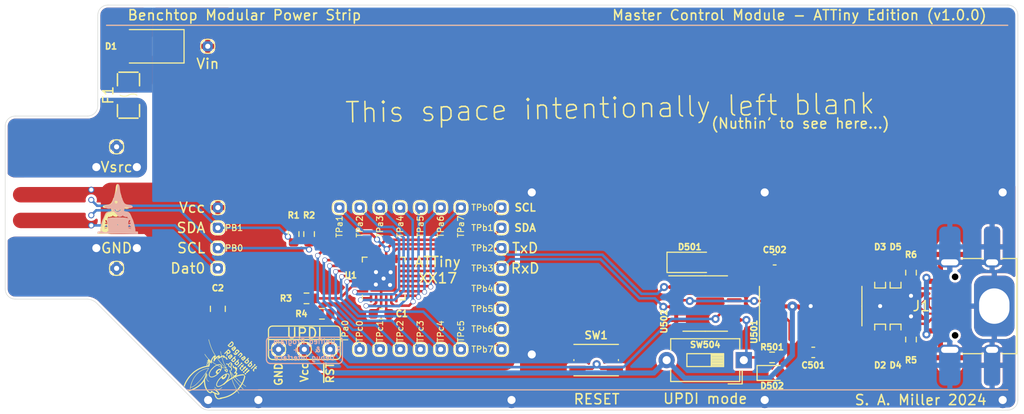
<source format=kicad_pcb>
(kicad_pcb (version 20211014) (generator pcbnew)
  (title_block (title "Benchtop Modular Power Strip") (date "2024") (rev "1.0.0") (company "S. A. Miller") (comment 1 "Master Control Module") (comment 2 "ATTiny Edition"))
  (layers (0 "F.Cu" signal) (31 "B.Cu" signal) (34 "B.Paste" user) (35 "F.Paste" user) (36 "B.SilkS" user "B.Silkscreen") (37 "F.SilkS" user "F.Silkscreen") (38 "B.Mask" user) (39 "F.Mask" user) (44 "Edge.Cuts" user))
  (net 0 "")
  (net 1 "GND")
  (net 2 "~{RESET}")
  (net 3 "Dat0")
  (net 4 "PA4")
  (net 5 "PA5")
  (net 6 "PA6")
  (net 7 "PA7")
  (net 8 "PB2")
  (net 9 "PB3")
  (net 10 "PA1")
  (net 11 "PA2")
  (net 12 "PA3")
  (net 13 "PB0")
  (net 14 "PB1")
  (net 15 "PB4")
  (net 16 "PB5")
  (net 17 "PB6")
  (net 18 "PB7")
  (net 19 "PC2")
  (net 20 "PC3")
  (net 21 "PC4")
  (net 22 "PC5")
  (net 23 "Vsrc")
  (net 24 "Vin")
  (net 25 "/Source Power Rail/Vprot")
  (net 26 "UD-")
  (net 27 "UD+")
  (net 28 "CC1")
  (net 29 "CC2")
  (net 30 "Vbus")
  (net 33 "/ATTinyXX17/PA0")
  (net 34 "RxD")
  (net 35 "TxD")
  (net 36 "CTS")
  (net 37 "DSR")
  (net 38 "RI")
  (net 39 "DCD")
  (net 40 "I2C-Vcc")
  (net 41 "DTR")
  (net 42 "RTS")
  (net 46 "PC0")
  (net 47 "PC1")
  (net 48 "Net-(D501-Pad1)")
  (net 49 "Net-(D502-Pad2)")
  (net 50 "Net-(D501-Pad2)")
  (net 51 "Net-(R501-Pad1)")
  (footprint "tinker:TestPoint_THTPad_D1.0mm_Drill0.5mm" (layer "F.Cu") (at 87 114)
    (fp_text reference "TPc1")
    (fp_text value "CtrlC" hide)
  )
  (footprint "Resistor_SMD:R_0603_1608Metric" (layer "F.Cu") (at 139.446 113.03 -90)
    (fp_text reference "R5")
    (fp_text value "5k1")
  )
  (footprint "Capacitor_SMD:C_0805_2012Metric" (layer "F.Cu") (at 71 110 -90)
    (fp_text reference "C2")
    (fp_text value "4.7uF")
  )
  (footprint "Diode_SMD:D_SOD-123" (layer "F.Cu") (at 117.602 105.41)
    (fp_text reference "D501")
    (fp_text value "DSK24")
  )
  (footprint "Resistor_SMD:R_0603_1608Metric" (layer "F.Cu") (at 79.756 108.966)
    (fp_text reference "R3")
    (fp_text value "10k")
  )
  (footprint "tinker:TestPoint_THTPad_D1.0mm_Drill0.5mm" (layer "F.Cu") (at 71 106)
    (fp_text reference "TP3" hide)
    (fp_text value "Dat0" hide)
  )
  (footprint "tinker:TestPoint_THTPad_D1.0mm_Drill0.5mm" (layer "F.Cu") (at 61 94)
    (fp_text reference "TP1" hide)
    (fp_text value "Vsrc" hide)
  )
  (footprint "tinker:TestPoint_THTPad_D1.0mm_Drill0.5mm" (layer "F.Cu") (at 93 114 90)
    (fp_text reference "TPc4")
    (fp_text value "CtrlC" hide)
  )
  (footprint "Capacitor_SMD:C_0603_1608Metric" (layer "F.Cu") (at 87.122 110.49 180)
    (fp_text reference "C1")
    (fp_text value "100nF")
  )
  (footprint "tinker:TestPoint_THTPad_D1.0mm_Drill0.5mm" (layer "F.Cu") (at 99 108)
    (fp_text reference "TPb4")
    (fp_text value "CtrlB" hide)
  )
  (footprint "tinker:F1206" (layer "F.Cu") (at 62.176 88.9 90)
    (fp_text reference "F1")
    (fp_text value "Polyfuse" hide)
  )
  (footprint "Resistor_SMD:R_0603_1608Metric" (layer "F.Cu") (at 78.486 102.616 -90)
    (fp_text reference "R1")
    (fp_text value "10k")
  )
  (footprint "tinker:TestPoint_THTPad_D1.0mm_Drill0.5mm" (layer "F.Cu") (at 85 100 90)
    (fp_text reference "TPa2")
    (fp_text value "CtrlA" hide)
  )
  (footprint "tinker:TestPoint_THTPad_D1.0mm_Drill0.5mm" (layer "F.Cu") (at 95 114 90)
    (fp_text reference "TPc5")
    (fp_text value "CtrlC" hide)
  )
  (footprint "Resistor_SMD:R_0603_1608Metric" (layer "F.Cu") (at 81.28 110.49)
    (fp_text reference "R4")
    (fp_text value "330R")
  )
  (footprint "LED_SMD:LED_0603_1608Metric" (layer "F.Cu") (at 125.73 116.332)
    (fp_text reference "D502")
    (fp_text value "LED")
  )
  (footprint "tinker:TestPoint_THTPad_D1.0mm_Drill0.5mm" (layer "F.Cu") (at 89 100 90)
    (fp_text reference "TPa4")
    (fp_text value "CtrlA" hide)
  )
  (footprint "tinker:TestPoint_THTPad_D1.0mm_Drill0.5mm" (layer "F.Cu") (at 77 114 90)
    (fp_text reference "TP9" hide)
    (fp_text value "GND" hide)
  )
  (footprint "tinker:SW_DIP_SPSTx01_Slide_6.7x4.1mm_W7.62mm_P2.54mm_LowProfile" (layer "F.Cu") (at 119.126 115.062 180)
    (fp_text reference "SW504")
    (fp_text value "SW_DIP_x01")
  )
  (footprint "tinker:TestPoint_THTPad_D1.0mm_Drill0.5mm" (layer "F.Cu") (at 99 102)
    (fp_text reference "TPb1")
    (fp_text value "CtrlB" hide)
  )
  (footprint "tinker:TestPoint_THTPad_D1.0mm_Drill0.5mm" (layer "F.Cu") (at 89 114 90)
    (fp_text reference "TPc2")
    (fp_text value "CtrlC" hide)
  )
  (footprint "tinker:TestPoint_THTPad_D1.0mm_Drill0.5mm" (layer "F.Cu") (at 95 100 90)
    (fp_text reference "TPa7")
    (fp_text value "CtrlA" hide)
  )
  (footprint "Package_DFN_QFN:QFN-24-1EP_4x4mm_P0.5mm_EP2.6x2.6mm" (layer "F.Cu") (at 87.376 107.01 90)
    (fp_text reference "U1")
    (fp_text value "ATtiny1617")
  )
  (footprint "tinker:NerdMage" (layer "F.Cu") (at 61.11668 100.076)
    (fp_text reference "G***" hide)
    (fp_text value "LOGO" hide)
  )
  (footprint "tinker:TestPoint_THTPad_D1.0mm_Drill0.5mm" (layer "F.Cu") (at 85 114)
    (fp_text reference "TPc0")
    (fp_text value "CtrlC" hide)
  )
  (footprint "tinker:TestPoint_THTPad_D1.0mm_Drill0.5mm" (layer "F.Cu") (at 70 84.074)
    (fp_text reference "TP2" hide)
    (fp_text value "Vin" hide)
  )
  (footprint "tinker:TestPoint_THTPad_D1.0mm_Drill0.5mm" (layer "F.Cu") (at 99 110)
    (fp_text reference "TPb5")
    (fp_text value "CtrlB" hide)
  )
  (footprint "tinker:TestPoint_THTPad_D1.0mm_Drill0.5mm" (layer "F.Cu") (at 61 106)
    (fp_text reference "TP7" hide)
    (fp_text value "GND" hide)
  )
  (footprint "Package_SO:TSSOP-16_4.4x5mm_P0.65mm" (layer "F.Cu") (at 119.126 109.474)
    (fp_text reference "U502")
    (fp_text value "CD4053B")
  )
  (footprint "tinker:DagNabbit" (layer "F.Cu") (at 71.04 116.6 135)
    (fp_text reference "REF**" hide)
    (fp_text value "DagNabbit" hide)
  )
  (footprint "Resistor_SMD:R_0603_1608Metric" (layer "F.Cu") (at 125.73 114.7935)
    (fp_text reference "R501")
    (fp_text value "2k2")
  )
  (footprint "Package_SO:SOIC-16_3.9x9.9mm_P1.27mm" (layer "F.Cu") (at 129.54 109.728 90)
    (fp_text reference "U501")
    (fp_text value "CH340C")
  )
  (footprint "tinker:SW_Push_TS273014TP" (layer "F.Cu") (at 108.3564 115.062)
    (fp_text reference "SW1")
    (fp_text value "SW_Push")
  )
  (footprint "tinker:TestPoint_THTPad_D1.0mm_Drill0.5mm" (layer "F.Cu") (at 82.08 114 90)
    (fp_text reference "TPa0")
    (fp_text value "~{RESET}" hide)
  )
  (footprint "tinker:TestPoint_THTPad_D1.0mm_Drill0.5mm" (layer "F.Cu") (at 93 100 90)
    (fp_text reference "TPa6")
    (fp_text value "CtrlA" hide)
  )
  (footprint "tinker:TestPoint_THTPad_D1.0mm_Drill0.5mm" (layer "F.Cu") (at 83 100 90)
    (fp_text reference "TPa1")
    (fp_text value "CtrlA" hide)
  )
  (footprint "tinker:PGB1010603NRHF" (layer "F.Cu") (at 137.922 113.284 -90)
    (fp_text reference "D4")
    (fp_text value "PGB1010603NR" hide)
  )
  (footprint "tinker:TestPoint_THTPad_D1.0mm_Drill0.5mm" (layer "F.Cu") (at 99 104)
    (fp_text reference "TPb2")
    (fp_text value "CtrlB" hide)
  )
  (footprint "tinker:TestPoint_THTPad_D1.0mm_Drill0.5mm" (layer "F.Cu") (at 71 104)
    (fp_text reference "TP6" hide)
    (fp_text value "Dat3" hide)
  )
  (footprint "tinker:TestPoint_THTPad_D1.0mm_Drill0.5mm" (layer "F.Cu") (at 79.54 114 90)
    (fp_text reference "TP8" hide)
    (fp_text value "I2C-Vcc" hide)
  )
  (footprint "Resistor_SMD:R_0603_1608Metric" (layer "F.Cu") (at 80.01 102.616 -90)
    (fp_text reference "R2")
    (fp_text value "10k")
  )
  (footprint "tinker:PGB1010603NRHF" (layer "F.Cu") (at 137.922 106.172 90)
    (fp_text reference "D5")
    (fp_text value "PGB1010603NR" hide)
  )
  (footprint "tinker:TestPoint_THTPad_D1.0mm_Drill0.5mm" (layer "F.Cu") (at 91 100 90)
    (fp_text reference "TPa5")
    (fp_text value "CtrlA" hide)
  )
  (footprint "tinker:TestPoint_THTPad_D1.0mm_Drill0.5mm" (layer "F.Cu") (at 99 114)
    (fp_text reference "TPb7")
    (fp_text value "CtrlB" hide)
  )
  (footprint "tinker:TestPoint_THTPad_D1.0mm_Drill0.5mm" (layer "F.Cu") (at 99 100)
    (fp_text reference "TPb0")
    (fp_text value "CtrlB" hide)
  )
  (footprint "Diode_SMD:D_SMA" (layer "F.Cu") (at 64.262 84.074 180)
    (fp_text reference "D1")
    (fp_text value "D_Schottky")
  )
  (footprint "tinker:PGB1010603NRHF" (layer "F.Cu") (at 136.398 113.284 -90)
    (fp_text reference "D2")
    (fp_text value "PGB1010603NR" hide)
  )
  (footprint "tinker:TestPoint_THTPad_D1.0mm_Drill0.5mm" (layer "F.Cu") (at 99 106)
    (fp_text reference "TPb3")
    (fp_text value "CtrlB" hide)
  )
  (footprint "Capacitor_SMD:C_0603_1608Metric" (layer "F.Cu") (at 129.794 114.3)
    (fp_text reference "C501")
    (fp_text value "10nf")
  )
  (footprint "tinker:TestPoint_THTPad_D1.0mm_Drill0.5mm" (layer "F.Cu") (at 91 114 90)
    (fp_text reference "TPc3")
    (fp_text value "CtrlC" hide)
  )
  (footprint "Resistor_SMD:R_0603_1608Metric" (layer "F.Cu") (at 139.446 106.426 90)
    (fp_text reference "R6")
    (fp_text value "5k1")
  )
  (footprint "tinker:TestPoint_THTPad_D1.0mm_Drill0.5mm" (layer "F.Cu") (at 87 100 90)
    (fp_text reference "TPa3")
    (fp_text value "CtrlA" hide)
  )
  (footprint "tinker:USB_C_Receptacle_HRO_TYPE-C-31-M-12" (layer "F.Cu") (at 146.4 109.728 90)
    (fp_text reference "J1")
    (fp_text value "USB_C_Receptacle" hide)
  )
  (footprint "tinker:PGB1010603NRHF" (layer "F.Cu") (at 136.398 106.172 90)
    (fp_text reference "D3")
    (fp_text value "PGB1010603NR" hide)
  )
  (footprint "tinker:TestPoint_THTPad_D1.0mm_Drill0.5mm" (layer "F.Cu") (at 71 100)
    (fp_text reference "TP4" hide)
    (fp_text value "Dat1" hide)
  )
  (footprint "tinker:TestPoint_THTPad_D1.0mm_Drill0.5mm" (layer "F.Cu") (at 71 102)
    (fp_text reference "TP5" hide)
    (fp_text value "Dat2" hide)
  )
  (footprint "tinker:TestPoint_THTPad_D1.0mm_Drill0.5mm" (layer "F.Cu") (at 99 112)
    (fp_text reference "TPb6")
    (fp_text value "CtrlB" hide)
  )
  (footprint "Capacitor_SMD:C_0603_1608Metric" (layer "F.Cu") (at 125.984 105.156)
    (fp_text reference "C502")
    (fp_text value "100nf")
  )
  (footprint "tinker:NerdMage" (layer "B.Cu") (at 61.11668 100.076 180)
    (fp_text reference "G***" hide)
    (fp_text value "LOGO" hide)
  )
  (gr_arc (start 75.8 113.2) (mid 75.917157 112.917157) (end 76.2 112.8) (layer "B.SilkS") (width 0.12))
  (gr_line (start 68 118) (end 149 118) (layer "B.SilkS") (width 0.1))
  (gr_arc (start 83.3 115) (mid 83.182843 115.282843) (end 82.9 115.4) (layer "B.SilkS") (width 0.12))
  (gr_line (start 76.2 115.4) (end 82.9 115.4) (layer "B.SilkS") (width 0.12))
  (gr_line (start 83.3 113.2) (end 83.3 115) (layer "B.SilkS") (width 0.12))
  (gr_line (start 60 82) (end 149 82) (layer "B.SilkS") (width 0.1))
  (gr_arc (start 76.2 115.4) (mid 75.917157 115.282843) (end 75.8 115) (layer "B.SilkS") (width 0.12))
  (gr_arc (start 82.9 112.8) (mid 83.182843 112.917157) (end 83.3 113.2) (layer "B.SilkS") (width 0.12))
  (gr_line (start 82.9 112.8) (end 76.2 112.8) (layer "B.SilkS") (width 0.12))
  (gr_line (start 75.8 113.2) (end 75.8 115) (layer "B.SilkS") (width 0.12))
  (gr_line (start 76 112.1) (end 76 113.03) (layer "F.SilkS") (width 0.12))
  (gr_line (start 82.7 111.7) (end 76.4 111.7) (layer "F.SilkS") (width 0.12))
  (gr_line (start 76.4 115) (end 82.7 115) (layer "F.SilkS") (width 0.12))
  (gr_line (start 76 113.03) (end 76 114.6) (layer "F.SilkS") (width 0.12))
  (gr_line (start 60 82) (end 149 82) (layer "F.SilkS") (width 0.1))
  (gr_arc (start 82.7 111.7) (mid 82.982843 111.817157) (end 83.1 112.1) (layer "F.SilkS") (width 0.12))
  (gr_line (start 75 118) (end 149 118) (layer "F.SilkS") (width 0.1))
  (gr_line (start 83.1 114.6) (end 83.1 113.03) (layer "F.SilkS") (width 0.12))
  (gr_arc (start 76 112.1) (mid 76.117157 111.817157) (end 76.4 111.7) (layer "F.SilkS") (width 0.12))
  (gr_arc (start 76.4 115) (mid 76.117157 114.882843) (end 76 114.6) (layer "F.SilkS") (width 0.12))
  (gr_arc (start 83.1 114.6) (mid 82.982843 114.882843) (end 82.7 115) (layer "F.SilkS") (width 0.12))
  (gr_line (start 83.1 113.03) (end 76 113.03) (layer "F.SilkS") (width 0.12))
  (gr_line (start 83.1 113.03) (end 83.1 112.1) (layer "F.SilkS") (width 0.12))
  (gr_line (start 59.144 109.548) (end 69.144 119.548) (layer "Edge.Cuts") (width 0.05))
  (gr_arc (start 149 80) (mid 149.707107 80.292893) (end 150 81) (layer "Edge.Cuts") (width 0.05))
  (gr_arc (start 50 91.96) (mid 50.292893 91.252893) (end 51 90.96) (layer "Edge.Cuts") (width 0.05))
  (gr_line (start 50 108.04) (end 50 91.96) (layer "Edge.Cuts") (width 0.05))
  (gr_line (start 60.144 80) (end 149 80) (layer "Edge.Cuts") (width 0.05))
  (gr_arc (start 58.144 109.04) (mid 58.694524 109.194544) (end 59.144 109.548) (layer "Edge.Cuts") (width 0.05))
  (gr_line (start 59.144 81) (end 59.144 89.96) (layer "Edge.Cuts") (width 0.05))
  (gr_arc (start 59.144 81) (mid 59.436893 80.292893) (end 60.144 80) (layer "Edge.Cuts") (width 0.05))
  (gr_arc (start 150 119) (mid 149.707107 119.707107) (end 149 120) (layer "Edge.Cuts") (width 0.05))
  (gr_arc (start 70.144 120) (mid 69.594859 119.882718) (end 69.144 119.548) (layer "Edge.Cuts") (width 0.05))
  (gr_line (start 150 119) (end 150 81) (layer "Edge.Cuts") (width 0.05))
  (gr_line (start 51 90.96) (end 58.144 90.96) (layer "Edge.Cuts") (width 0.05))
  (gr_arc (start 51 109.04) (mid 50.292893 108.747107) (end 50 108.04) (layer "Edge.Cuts") (width 0.05))
  (gr_arc (start 59.144 89.96) (mid 58.851107 90.667107) (end 58.144 90.96) (layer "Edge.Cuts") (width 0.05))
  (gr_line (start 58.144 109.04) (end 51 109.04) (layer "Edge.Cuts") (width 0.05))
  (gr_line (start 149 120) (end 70.144 120) (layer "Edge.Cuts") (width 0.05))
  (gr_text "  Unified Program  \n R    &    +     - \n  Debug Interface  " (at 79.54 114.025) (layer "B.SilkS") (effects (font (size 0.5 0.5) (thickness 0.1)) (justify mirror)))
  (gr_text "${TITLE}" (at 62 81) (layer "F.SilkS") (effects (font (size 1 1)) (justify left)))
  (gr_text "${COMMENT1} - ${COMMENT2} (v${REVISION})" (at 147 81) (layer "F.SilkS") (effects (font (size 1 1)) (justify right)))
  (gr_text "GND" (at 77 115.2 90) (layer "F.SilkS") (effects (font (size 0.75 0.75)) (justify right)))
  (gr_text "Vin" (at 70 85.8) (layer "F.SilkS") (effects (font (size 1 1))))
  (gr_text "SCL" (at 69.85 104) (layer "F.SilkS") (effects (font (size 1 1)) (justify right)))
  (gr_text "~{RST}" (at 82.08 115.2 90) (layer "F.SilkS") (effects (font (size 0.75 0.75)) (justify right)))
  (gr_text "Vcc" (at 69.85 100) (layer "F.SilkS") (effects (font (size 1 1)) (justify right)))
  (gr_text "PB1" (at 71.65 102) (layer "F.SilkS") (effects (font (size 0.6 0.6) (thickness 0.1)) (justify left)))
  (gr_text "SDA" (at 69.85 102) (layer "F.SilkS") (effects (font (size 1 1)) (justify right)))
  (gr_text "TxD" (at 101.346 104) (layer "F.SilkS") (effects (font (size 1 1))))
  (gr_text "Vsrc" (at 61 96) (layer "F.SilkS") (effects (font (size 1 1))))
  (gr_text "UPDI" (at 79.54 112.4) (layer "F.SilkS") (effects (font (size 1 1))))
  (gr_text "Vcc" (at 79.54 115.2 90) (layer "F.SilkS") (effects (font (size 0.75 0.75)) (justify right)))
  (gr_text "RxD" (at 101.346 106) (layer "F.SilkS") (effects (font (size 1 1))))
  (gr_text "SDA" (at 101.346 102) (layer "F.SilkS") (effects (font (size 0.75 0.75))))
  (gr_text "(Nuthin' to see here...)" (at 128.524 91.694) (layer "F.SilkS") (effects (font (size 1 1))))
  (gr_text "SCL" (at 101.346 100) (layer "F.SilkS") (effects (font (size 0.75 0.75))))
  (gr_text "UPDI mode" (at 119.126 118.872) (layer "F.SilkS") (effects (font (size 1 1))))
  (gr_text "RESET" (at 108.4072 118.9228) (layer "F.SilkS") (effects (font (size 1 1))))
  (gr_text "Dat0" (at 69.85 106) (layer "F.SilkS") (effects (font (size 1 1)) (justify right)))
  (gr_text "This space intentionally left blank" (at 109.728 90.17 1) (layer "F.SilkS") (effects (font (size 2 2))))
  (gr_text "ATTiny\nXX17" (at 92.71 106.172) (layer "F.SilkS") (effects (font (size 1 1))))
  (gr_text "${COMPANY} ${ISSUE_DATE}" (at 147 119) (layer "F.SilkS") (effects (font (size 1 1)) (justify right)))
  (gr_text "GND" (at 61 104) (layer "F.SilkS") (effects (font (size 1 1))))
  (gr_text "PB0" (at 71.65 104) (layer "F.SilkS") (effects (font (size 0.6 0.6) (thickness 0.1)) (justify left)))
  (segment (start 87.126 107.26) (end 87.376 107.01) (width 0.25) (layer "F.Cu") (net 1))
  (segment (start 87.126 109.711) (end 87.126 108.9475) (width 0.25) (layer "F.Cu") (net 1))
  (segment (start 142.355 106.478) (end 142.355 105.55783) (width 0.5) (layer "F.Cu") (net 1))
  (segment (start 142.355 105.55783) (end 143.281795 104.631035) (width 0.5) (layer "F.Cu") (net 1))
  (segment (start 142.355 113.89817) (end 143.281795 114.824965) (width 0.5) (layer "F.Cu") (net 1))
  (segment (start 86.347 110.49) (end 87.126 109.711) (width 0.25) (layer "F.Cu") (net 1))
  (segment (start 142.355 112.978) (end 142.355 113.89817) (width 0.5) (layer "F.Cu") (net 1))
  (segment (start 87.126 108.9475) (end 87.126 107.26) (width 0.25) (layer "F.Cu") (net 1))
  (via (at 70.04 119) (size 1.6) (drill 0.8) (layers "F.Cu" "B.Cu") (net 1))
  (via (at 75 119) (size 1.6) (drill 0.8) (layers "F.Cu" "B.Cu") (net 1))
  (via (at 129.54 109.728) (size 0.6) (drill 0.4) (layers "F.Cu" "B.Cu") (net 1))
  (via (at 102 114.5) (size 1.6) (drill 0.8) (layers "F.Cu" "B.Cu") (net 1))
  (via (at 102 98.5) (size 1.6) (drill 0.8) (layers "F.Cu" "B.Cu") (net 1))
  (via (at 136.398 109.728) (size 0.6) (drill 0.4) (layers "F.Cu" "B.Cu") (net 1))
  (via (at 63 104) (size 1.6) (drill 0.8) (layers "F.Cu" "B.Cu") (net 1))
  (via (at 148.5 119) (size 1.6) (drill 0.8) (layers "F.Cu" "B.Cu") (net 1))
  (via (at 86.602225 107.596737) (size 0.8) (drill 0.4) (layers "F.Cu" "B.Cu") (net 1))
  (via (at 87.366058 107.01) (size 0.8) (drill 0.4) (layers "F.Cu" "B.Cu") (net 1))
  (via (at 148.5 98.5) (size 1.6) (drill 0.8) (layers "F.Cu" "B.Cu") (net 1))
  (via (at 88.062376 106.383869) (size 0.8) (drill 0.4) (layers "F.Cu" "B.Cu") (net 1))
  (via (at 125 98.5) (size 1.6) (drill 0.8) (layers "F.Cu" "B.Cu") (net 1))
  (via (at 100 119) (size 1.6) (drill 0.8) (layers "F.Cu" "B.Cu") (net 1))
  (via (at 59 104) (size 1.6) (drill 0.8) (layers "F.Cu" "B.Cu") (net 1))
  (via (at 86.614 106.372094) (size 0.8) (drill 0.4) (layers "F.Cu" "B.Cu") (net 1))
  (via (at 139.446 108.712) (size 0.6) (drill 0.4) (layers "F.Cu" "B.Cu") (net 1))
  (via (at 88.003499 107.643839) (size 0.8) (drill 0.4) (layers "F.Cu" "B.Cu") (net 1))
  (via (at 125 119) (size 1.6) (drill 0.8) (layers "F.Cu" "B.Cu") (net 1))
  (via (at 139.446 110.744) (size 0.6) (drill 0.4) (layers "F.Cu" "B.Cu") (net 1))
  (segment (start 110.2064 115.912) (end 108.8508 115.912) (width 0.25) (layer "F.Cu") (net 2))
  (segment (start 106.5064 115.912) (end 107.9636 115.912) (width 0.25) (layer "F.Cu") (net 2))
  (segment (start 107.9636 115.912) (end 108.4072 115.4684) (width 0.25) (layer "F.Cu") (net 2))
  (segment (start 120.142 110.956959) (end 121.299959 109.799) (width 0.25) (layer "F.Cu") (net 2))
  (segment (start 82.08 110.515) (end 82.08 114) (width 0.25) (layer "F.Cu") (net 2))
  (segment (start 108.8508 115.912) (end 108.4072 115.4684) (width 0.25) (layer "F.Cu") (net 2))
  (segment (start 82.105 110.49) (end 82.08 110.515) (width 0.25) (layer "F.Cu") (net 2))
  (segment (start 120.142 110.998) (end 120.142 110.956959) (width 0.25) (layer "F.Cu") (net 2))
  (segment (start 121.299959 109.799) (end 121.9885 109.799) (width 0.25) (layer "F.Cu") (net 2))
  (via (at 120.142 110.998) (size 0.8) (drill 0.4) (layers "F.Cu" "B.Cu") (net 2))
  (via (at 108.4072 115.4684) (size 0.8) (drill 0.4) (layers "F.Cu" "B.Cu") (net 2))
  (segment (start 83.837 115.757) (end 82.08 114) (width 0.25) (layer "B.Cu") (net 2))
  (segment (start 120.142 110.998) (end 115.824 110.998) (width 0.25) (layer "B.Cu") (net 2))
  (segment (start 108.4072 115.4684) (end 108.4072 115.7224) (width 0.25) (layer "B.Cu") (net 2))
  (segment (start 115.824 110.998) (end 111.065 115.757) (width 0.25) (layer "B.Cu") (net 2))
  (segment (start 108.4072 115.7224) (end 108.4418 115.757) (width 0.25) (layer "B.Cu") (net 2))
  (segment (start 108.4418 115.757) (end 83.837 115.757) (width 0.25) (layer "B.Cu") (net 2))
  (segment (start 111.065 115.757) (end 108.4418 115.757) (width 0.25) (layer "B.Cu") (net 2))
  (via (at 58.5 101.76) (size 0.6) (drill 0.4) (layers "F.Cu" "B.Cu") (net 3))
  (segment (start 66.76 101.76) (end 58.5 101.76) (width 0.25) (layer "B.Cu") (net 3))
  (segment (start 71 106) (end 66.76 101.76) (width 0.25) (layer "B.Cu") (net 3))
  (segment (start 88.402992 109.685) (end 89.876994 109.685) (width 0.25) (layer "F.Cu") (net 4))
  (segment (start 89.876994 109.685) (end 90.275494 109.2865) (width 0.25) (layer "F.Cu") (net 4))
  (segment (start 88.126 109.408008) (end 88.402992 109.685) (width 0.25) (layer "F.Cu") (net 4))
  (segment (start 88.126 108.9475) (end 88.126 109.408008) (width 0.25) (layer "F.Cu") (net 4))
  (via (at 90.275494 109.2865) (size 0.5) (drill 0.4) (layers "F.Cu" "B.Cu") (net 4))
  (segment (start 90.241265 109.252271) (end 90.241265 101.241265) (width 0.25) (layer "B.Cu") (net 4))
  (segment (start 90.275494 109.2865) (end 90.241265 109.252271) (width 0.25) (layer "B.Cu") (net 4))
  (segment (start 90.241265 101.241265) (end 89 100) (width 0.25) (layer "B.Cu") (net 4))
  (segment (start 90.693265 108.7115) (end 88.862 108.7115) (width 0.25) (layer "F.Cu") (net 5))
  (segment (start 90.816265 108.8345) (end 90.693265 108.7115) (width 0.25) (layer "F.Cu") (net 5))
  (segment (start 88.862 108.7115) (end 88.626 108.9475) (width 0.25) (layer "F.Cu") (net 5))
  (via (at 90.816265 108.8345) (size 0.5) (drill 0.4) (layers "F.Cu" "B.Cu") (net 5))
  (segment (start 90.816265 108.8345) (end 90.816265 100.183735) (width 0.25) (layer "B.Cu") (net 5))
  (segment (start 90.816265 100.183735) (end 91 100) (width 0.25) (layer "B.Cu") (net 5))
  (segment (start 89.3135 108.26) (end 91.330846 108.26) (width 0.25) (layer "F.Cu") (net 6))
  (segment (start 91.330846 108.26) (end 91.405346 108.3345) (width 0.25) (layer "F.Cu") (net 6))
  (via (at 91.405346 108.3345) (size 0.5) (drill 0.4) (layers "F.Cu" "B.Cu") (net 6))
  (segment (start 91.405346 108.3345) (end 91.405346 101.594654) (width 0.25) (layer "B.Cu") (net 6))
  (segment (start 91.405346 101.594654) (end 93 100) (width 0.25) (layer "B.Cu") (net 6))
  (segment (start 89.3135 107.76) (end 91.94275 107.76) (width 0.25) (layer "F.Cu") (net 7))
  (segment (start 91.94275 107.76) (end 92.01725 107.8345) (width 0.25) (layer "F.Cu") (net 7))
  (via (at 92.01725 107.8345) (size 0.5) (drill 0.4) (layers "F.Cu" "B.Cu") (net 7))
  (segment (start 92.01725 107.8345) (end 92.01725 102.98275) (width 0.25) (layer "B.Cu") (net 7))
  (segment (start 92.01725 102.98275) (end 95 100) (width 0.25) (layer "B.Cu") (net 7))
  (segment (start 88.126 105.0725) (end 88.126 104.611992) (width 0.25) (layer "F.Cu") (net 8))
  (segment (start 98.918 104.082) (end 99 104) (width 0.25) (layer "F.Cu") (net 8))
  (segment (start 99 104) (end 98.86 104.14) (width 0.25) (layer "F.Cu") (net 8))
  (segment (start 115.061184 107.849) (end 116.2635 107.849) (width 0.25) (layer "F.Cu") (net 8))
  (segment (start 88.126 104.611992) (end 88.655992 104.082) (width 0.25) (layer "F.Cu") (net 8))
  (segment (start 88.655992 104.082) (end 98.918 104.082) (width 0.25) (layer "F.Cu") (net 8))
  (via (at 115.061184 107.849) (size 0.8) (drill 0.4) (layers "F.Cu" "B.Cu") (net 8))
  (segment (start 114.394184 108.516) (end 112.834 108.516) (width 0.25) (layer "B.Cu") (net 8))
  (segment (start 108.966 104.648) (end 99.648 104.648) (width 0.25) (layer "B.Cu") (net 8))
  (segment (start 99.648 104.648) (end 99 104) (width 0.25) (layer "B.Cu") (net 8))
  (segment (start 115.061184 107.849) (end 114.394184 108.516) (width 0.25) (layer "B.Cu") (net 8))
  (segment (start 112.834 108.516) (end 108.966 104.648) (width 0.25) (layer "B.Cu") (net 8))
  (segment (start 88.626 105.0725) (end 98.0725 105.0725) (width 0.25) (layer "F.Cu") (net 9))
  (segment (start 99 106) (end 98.0725 105.0725) (width 0.25) (layer "F.Cu") (net 9))
  (segment (start 114.991 109.799) (end 116.2635 109.799) (width 0.25) (layer "F.Cu") (net 9))
  (via (at 114.991 109.799) (size 0.8) (drill 0.4) (layers "F.Cu" "B.Cu") (net 9))
  (segment (start 112.647604 108.966) (end 108.779604 105.098) (width 0.25) (layer "B.Cu") (net 9))
  (segment (start 108.779604 105.098) (end 99.902 105.098) (width 0.25) (layer "B.Cu") (net 9))
  (segment (start 114.991 109.799) (end 114.158 108.966) (width 0.25) (layer "B.Cu") (net 9))
  (segment (start 114.158 108.966) (end 112.647604 108.966) (width 0.25) (layer "B.Cu") (net 9))
  (segment (start 99.902 105.098) (end 99 106) (width 0.25) (layer "B.Cu") (net 9))
  (segment (start 84.6005 108.26) (end 85.4385 108.26) (width 0.25) (layer "F.Cu") (net 10))
  (segment (start 84.526 108.3345) (end 84.6005 108.26) (width 0.25) (layer "F.Cu") (net 10))
  (via (at 84.526 108.3345) (size 0.5) (drill 0.4) (layers "F.Cu" "B.Cu") (net 10))
  (segment (start 88.891265 103.164057) (end 88.891265 108.017604) (width 0.25) (layer "B.Cu") (net 10))
  (segment (start 84.7465 108.555) (end 84.526 108.3345) (width 0.25) (layer "B.Cu") (net 10))
  (segment (start 85.362 102.362) (end 88.089208 102.362) (width 0.25) (layer "B.Cu") (net 10))
  (segment (start 88.353869 108.555) (end 84.7465 108.555) (width 0.25) (layer "B.Cu") (net 10))
  (segment (start 88.089208 102.362) (end 88.891265 103.164057) (width 0.25) (layer "B.Cu") (net 10))
  (segment (start 88.891265 108.017604) (end 88.353869 108.555) (width 0.25) (layer "B.Cu") (net 10))
  (segment (start 83 100) (end 85.362 102.362) (width 0.25) (layer "B.Cu") (net 10))
  (segment (start 85.09 109.1295) (end 85.272 108.9475) (width 0.25) (layer "F.Cu") (net 11))
  (segment (start 85.272 108.9475) (end 86.126 108.9475) (width 0.25) (layer "F.Cu") (net 11))
  (via (at 85.09 109.1295) (size 0.5) (drill 0.4) (layers "F.Cu" "B.Cu") (net 11))
  (segment (start 89.341265 108.204) (end 88.415765 109.1295) (width 0.25) (layer "B.Cu") (net 11))
  (segment (start 89.341265 102.977661) (end 89.341265 108.204) (width 0.25) (layer "B.Cu") (net 11))
  (segment (start 88.275604 101.912) (end 89.341265 102.977661) (width 0.25) (layer "B.Cu") (net 11))
  (segment (start 85 100) (end 86.912 101.912) (width 0.25) (layer "B.Cu") (net 11))
  (segment (start 88.415765 109.1295) (end 85.09 109.1295) (width 0.25) (layer "B.Cu") (net 11))
  (segment (start 86.912 101.912) (end 88.275604 101.912) (width 0.25) (layer "B.Cu") (net 11))
  (segment (start 86.344008 109.69) (end 85.65 109.69) (width 0.25) (layer "F.Cu") (net 12))
  (segment (start 86.626 108.9475) (end 86.626 109.408008) (width 0.25) (layer "F.Cu") (net 12))
  (segment (start 86.626 109.408008) (end 86.344008 109.69) (width 0.25) (layer "F.Cu") (net 12))
  (segment (start 85.65 109.69) (end 85.636 109.704) (width 0.25) (layer "F.Cu") (net 12))
  (via (at 85.636 109.704) (size 0.5) (drill 0.4) (layers "F.Cu" "B.Cu") (net 12))
  (segment (start 88.9 109.728) (end 89.791265 108.836735) (width 0.25) (layer "B.Cu") (net 12))
  (segment (start 89.791265 102.791265) (end 87 100) (width 0.25) (layer "B.Cu") (net 12))
  (segment (start 85.66 109.728) (end 88.9 109.728) (width 0.25) (layer "B.Cu") (net 12))
  (segment (start 85.636 109.704) (end 85.66 109.728) (width 0.25) (layer "B.Cu") (net 12))
  (segment (start 89.791265 108.836735) (end 89.791265 102.791265) (width 0.25) (layer "B.Cu") (net 12))
  (segment (start 95.818 103.182) (end 99 100) (width 0.25) (layer "F.Cu") (net 13))
  (segment (start 87.126 104.475596) (end 86.702202 104.051798) (width 0.25) (layer "F.Cu") (net 13))
  (segment (start 87.572 103.182) (end 86.702202 104.051798) (width 0.25) (layer "F.Cu") (net 13))
  (segment (start 87.126 105.0725) (end 87.126 104.475596) (width 0.25) (layer "F.Cu") (net 13))
  (segment (start 88.704 103.182) (end 87.572 103.182) (width 0.25) (layer "F.Cu") (net 13))
  (segment (start 80.01 104.14) (end 80.01 103.441) (width 0.25) (layer "F.Cu") (net 13))
  (segment (start 88.704 103.182) (end 95.818 103.182) (width 0.25) (layer "F.Cu") (net 13))
  (segment (start 86.702202 104.051798) (end 86.091404 103.441) (width 0.25) (layer "F.Cu") (net 13))
  (segment (start 86.091404 103.441) (end 80.01 103.441) (width 0.25) (layer "F.Cu") (net 13))
  (via (at 80.01 104.14) (size 0.6) (drill 0.4) (layers "F.Cu" "B.Cu") (net 13))
  (via (at 58.5 100.76) (size 0.6) (drill 0.4) (layers "F.Cu" "B.Cu") (net 13))
  (segment (start 58.988 100.272) (end 58.5 100.76) (width 0.25) (layer "B.Cu") (net 13))
  (segment (start 79.87 104) (end 71 104) (width 0.25) (layer "B.Cu") (net 13))
  (segment (start 80.01 104.14) (end 79.87 104) (width 0.25) (layer "B.Cu") (net 13))
  (segment (start 67.272 100.272) (end 58.988 100.272) (width 0.25) (layer "B.Cu") (net 13))
  (segment (start 71 104) (end 67.272 100.272) (width 0.25) (layer "B.Cu") (net 13))
  (segment (start 79.4065 102.5205) (end 78.486 103.441) (width 0.25) (layer "F.Cu") (net 14))
  (segment (start 87.626 104.144) (end 88.138 103.632) (width 0.25) (layer "F.Cu") (net 14))
  (segment (start 88.138 103.632) (end 97.368 103.632) (width 0.25) (layer "F.Cu") (net 14))
  (segment (start 86.719221 103.151601) (end 86.08362 102.516) (width 0.25) (layer "F.Cu") (net 14))
  (segment (start 77.915 102.87) (end 78.486 103.441) (width 0.25) (layer "F.Cu") (net 14))
  (segment (start 86.719221 103.151601) (end 86.08812 102.5205) (width 0.25) (layer "F.Cu") (net 14))
  (segment (start 86.08812 102.5205) (end 79.4065 102.5205) (width 0.25) (layer "F.Cu") (net 14))
  (segment (start 86.08362 102.516) (end 84.428 102.516) (width 0.25) (layer "F.Cu") (net 14))
  (segment (start 87.626 104.171934) (end 87.626 105.0725) (width 0.25) (layer "F.Cu") (net 14))
  (segment (start 87.682777 104.115157) (end 87.626 104.171934) (width 0.25) (layer "F.Cu") (net 14))
  (segment (start 84.428 102.516) (end 79.411 102.516) (width 0.25) (layer "F.Cu") (net 14))
  (segment (start 97.368 103.632) (end 99 102) (width 0.25) (layer "F.Cu") (net 14))
  (segment (start 87.626 105.0725) (end 87.626 104.144) (width 0.25) (layer "F.Cu") (net 14))
  (segment (start 79.411 102.516) (end 79.4065 102.5205) (width 0.25) (layer "F.Cu") (net 14))
  (segment (start 85.036 102.516) (end 84.428 102.516) (width 0.25) (layer "F.Cu") (net 14))
  (via (at 86.719221 103.151601) (size 0.6) (drill 0.4) (layers "F.Cu" "B.Cu") (net 14))
  (via (at 58.5 99.24) (size 0.6) (drill 0.4) (layers "F.Cu" "B.Cu") (net 14))
  (via (at 87.682777 104.115157) (size 0.6) (drill 0.4) (layers "F.Cu" "B.Cu") (net 14))
  (via (at 77.915 102.87) (size 0.6) (drill 0.4) (layers "F.Cu" "B.Cu") (net 14))
  (segment (start 59.082 99.822) (end 63.5 99.822) (width 0.25) (layer "B.Cu") (net 14))
  (segment (start 77.045 102) (end 71 102) (width 0.25) (layer "B.Cu") (net 14))
  (segment (start 77.915 102.87) (end 77.045 102) (width 0.25) (layer "B.Cu") (net 14))
  (segment (start 71 102) (end 68.822 99.822) (width 0.25) (layer "B.Cu") (net 14))
  (segment (start 68.822 99.822) (end 63.5 99.822) (width 0.25) (layer "B.Cu") (net 14))
  (segment (start 58.5 99.24) (end 59.082 99.822) (width 0.25) (layer "B.Cu") (net 14))
  (segment (start 86.719221 103.151601) (end 87.682777 104.115157) (width 0.25) (layer "B.Cu") (net 14))
  (segment (start 96.76 105.76) (end 99 108) (width 0.25) (layer "F.Cu") (net 15))
  (segment (start 89.3135 105.76) (end 96.76 105.76) (width 0.25) (layer "F.Cu") (net 15))
  (segment (start 89.3135 106.26) (end 95.26 106.26) (width 0.25) (layer "F.Cu") (net 16))
  (segment (start 95.26 106.26) (end 99 110) (width 0.25) (layer "F.Cu") (net 16))
  (segment (start 89.3135 106.76) (end 93.76 106.76) (width 0.25) (layer "F.Cu") (net 17))
  (segment (start 93.76 106.76) (end 99 112) (width 0.25) (layer "F.Cu") (net 17))
  (segment (start 92.26 107.26) (end 99 114) (width 0.25) (layer "F.Cu") (net 18))
  (segment (start 89.3135 107.26) (end 92.26 107.26) (width 0.25) (layer "F.Cu") (net 18))
  (segment (start 82.04302 105.76102) (end 82.04404 105.76) (width 0.25) (layer "F.Cu") (net 19))
  (segment (start 82.04404 105.76) (end 85.4385 105.76) (width 0.25) (layer "F.Cu") (net 19))
  (via (at 82.04302 105.76102) (size 0.5) (drill 0.4) (layers "F.Cu" "B.Cu") (net 19))
  (segment (start 86.629 111.629) (end 84.501812 111.629) (width 0.25) (layer "B.Cu") (net 19))
  (segment (start 84.501812 111.629) (end 82.04302 109.170208) (width 0.25) (layer "B.Cu") (net 19))
  (segment (start 89 114) (end 86.629 111.629) (width 0.25) (layer "B.Cu") (net 19))
  (segment (start 82.04302 109.170208) (end 82.04302 105.76102) (width 0.25) (layer "B.Cu") (net 19))
  (segment (start 82.638 106.3345) (end 82.7125 106.26) (width 0.25) (layer "F.Cu") (net 20))
  (segment (start 82.7125 106.26) (end 85.4385 106.26) (width 0.25) (layer "F.Cu") (net 20))
  (via (at 82.638 106.3345) (size 0.5) (drill 0.4) (layers "F.Cu" "B.Cu") (net 20))
  (segment (start 84.688208 111.179) (end 82.638 109.128792) (width 0.25) (layer "B.Cu") (net 20))
  (segment (start 88.179 111.179) (end 84.688208 111.179) (width 0.25) (layer "B.Cu") (net 20))
  (segment (start 91 114) (end 88.179 111.179) (width 0.25) (layer "B.Cu") (net 20))
  (segment (start 82.638 109.128792) (end 82.638 106.3345) (width 0.25) (layer "B.Cu") (net 20))
  (segment (start 83.3065 106.76) (end 85.4385 106.76) (width 0.25) (layer "F.Cu") (net 21))
  (segment (start 83.232 106.8345) (end 83.3065 106.76) (width 0.25) (layer "F.Cu") (net 21))
  (via (at 83.232 106.8345) (size 0.5) (drill 0.4) (layers "F.Cu" "B.Cu") (net 21))
  (segment (start 89.729 110.729) (end 84.874604 110.729) (width 0.25) (layer "B.Cu") (net 21))
  (segment (start 83.173 106.8935) (end 83.232 106.8345) (width 0.25) (layer "B.Cu") (net 21))
  (segment (start 83.173 109.027396) (end 83.173 106.8935) (width 0.25) (layer "B.Cu") (net 21))
  (segment (start 84.874604 110.729) (end 83.173 109.027396) (width 0.25) (layer "B.Cu") (net 21))
  (segment (start 93 114) (end 89.729 110.729) (width 0.25) (layer "B.Cu") (net 21))
  (segment (start 83.8225 107.26) (end 85.4385 107.26) (width 0.25) (layer "F.Cu") (net 22))
  (segment (start 83.748 107.3345) (end 83.8225 107.26) (width 0.25) (layer "F.Cu") (net 22))
  (via (at 83.748 107.3345) (size 0.5) (drill 0.4) (layers "F.Cu" "B.Cu") (net 22))
  (segment (start 83.748 108.966) (end 83.748 107.3345) (width 0.25) (layer "B.Cu") (net 22))
  (segment (start 85.061 110.279) (end 83.748 108.966) (width 0.25) (layer "B.Cu") (net 22))
  (segment (start 91.279 110.279) (end 85.061 110.279) (width 0.25) (layer "B.Cu") (net 22))
  (segment (start 95 114) (end 91.279 110.279) (width 0.25) (layer "B.Cu") (net 22))
  (via (at 63 96) (size 1.6) (drill 0.8) (layers "F.Cu" "B.Cu") (net 23))
  (via (at 59 96) (size 1.6) (drill 0.8) (layers "F.Cu" "B.Cu") (net 23))
  (segment (start 131.665199 109.953001) (end 131.035001 110.583199) (width 0.2) (layer "F.Cu") (net 26))
  (segment (start 143.764 110.236) (end 143.764 109.736) (width 0.2) (layer "F.Cu") (net 26))
  (segment (start 140.433 109.953) (end 140.958 110.478) (width 0.2) (layer "F.Cu") (net 26))
  (segment (start 143.506 109.478) (end 142.513 109.478) (width 0.2) (layer "F.Cu") (net 26))
  (segment (start 140.958 110.478) (end 143.522 110.478) (width 0.2) (layer "F.Cu") (net 26))
  (segment (start 134.127001 109.953001) (end 131.665199 109.953001) (width 0.2) (layer "F.Cu") (net 26))
  (segment (start 143.764 109.736) (end 143.506 109.478) (width 0.2) (layer "F.Cu") (net 26))
  (segment (start 138.668999 109.953001) (end 140.433 109.953) (width 0.2) (layer "F.Cu") (net 26))
  (segment (start 131.035001 111.793001) (end 131.445 112.203) (width 0.2) (layer "F.Cu") (net 26))
  (segment (start 131.035001 110.583199) (end 131.035001 111.793001) (width 0.2) (layer "F.Cu") (net 26))
  (segment (start 143.522 110.478) (end 143.764 110.236) (width 0.2) (layer "F.Cu") (net 26))
  (segment (start 136.398 112.224) (end 134.127001 109.953001) (width 0.2) (layer "F.Cu") (net 26))
  (segment (start 136.398 112.224) (end 138.668999 109.953001) (width 0.2) (layer "F.Cu") (net 26))
  (segment (start 142.355 108.978) (end 140.982 108.978) (width 0.2) (layer "F.Cu") (net 27))
  (segment (start 141.45 109.978) (end 141.212 109.74) (width 0.2) (layer "F.Cu") (net 27))
  (segment (start 141.212 108.978) (end 140.982 108.978) (width 0.2) (layer "F.Cu") (net 27))
  (segment (start 134.127001 109.502999) (end 131.478801 109.502999) (width 0.2) (layer "F.Cu") (net 27))
  (segment (start 141.212 109.74) (end 141.212 108.978) (width 0.2) (layer "F.Cu") (net 27))
  (segment (start 131.478801 109.502999) (end 130.584999 110.396801) (width 0.2) (layer "F.Cu") (net 27))
  (segment (start 130.584999 111.793001) (end 130.175 112.203) (width 0.2) (layer "F.Cu") (net 27))
  (segment (start 140.457 109.503) (end 140.982 108.978) (width 0.2) (layer "F.Cu") (net 27))
  (segment (start 130.584999 110.396801) (end 130.584999 111.793001) (width 0.2) (layer "F.Cu") (net 27))
  (segment (start 136.398 107.232) (end 138.668999 109.502999) (width 0.2) (layer "F.Cu") (net 27))
  (segment (start 138.668999 109.502999) (end 140.457 109.503) (width 0.2) (layer "F.Cu") (net 27))
  (segment (start 142.355 109.978) (end 141.45 109.978) (width 0.2) (layer "F.Cu") (net 27))
  (segment (start 136.398 107.232) (end 134.127001 109.502999) (width 0.2) (layer "F.Cu") (net 27))
  (segment (start 137.941 112.205) (end 137.922 112.224) (width 0.25) (layer "F.Cu") (net 28))
  (segment (start 141.498 110.978) (end 141.0015 111.4745) (width 0.25) (layer "F.Cu") (net 28))
  (segment (start 142.355 110.978) (end 141.498 110.978) (width 0.25) (layer "F.Cu") (net 28))
  (segment (start 141.0015 111.4745) (end 140.1765 111.4745) (width 0.25) (layer "F.Cu") (net 28))
  (segment (start 140.1765 111.4745) (end 139.446 112.205) (width 0.25) (layer "F.Cu") (net 28))
  (segment (start 139.446 112.205) (end 137.941 112.205) (width 0.25) (layer "F.Cu") (net 28))
  (segment (start 139.446 107.251) (end 140.173 107.978) (width 0.25) (layer "F.Cu") (net 29))
  (segment (start 140.173 107.978) (end 142.355 107.978) (width 0.25) (layer "F.Cu") (net 29))
  (segment (start 139.446 107.251) (end 139.427 107.232) (width 0.25) (layer "F.Cu") (net 29))
  (segment (start 139.427 107.232) (end 137.922 107.232) (width 0.25) (layer "F.Cu") (net 29))
  (segment (start 141.314 107.278) (end 142.355 107.278) (width 0.5) (layer "F.Cu") (net 30))
  (segment (start 141.314 112.178) (end 142.355 112.178) (width 0.5) (layer "F.Cu") (net 30))
  (segment (start 140.97 112.522) (end 141.314 112.178) (width 0.5) (layer "F.Cu") (net 30))
  (segment (start 140.97 106.934) (end 141.314 107.278) (width 0.5) (layer "F.Cu") (net 30))
  (via (at 140.97 112.522) (size 0.8) (drill 0.4) (layers "F.Cu" "B.Cu") (net 30))
  (via (at 140.97 106.934) (size 0.8) (drill 0.4) (layers "F.Cu" "B.Cu") (net 30))
  (segment (start 140.97 106.934) (end 140.97 112.522) (width 0.5) (layer "B.Cu") (net 30))
  (segment (start 84.264 107.76) (end 83.058 108.966) (width 0.25) (layer "F.Cu") (net 33))
  (segment (start 80.455 109.092) (end 80.581 108.966) (width 0.25) (layer "F.Cu") (net 33))
  (segment (start 85.4385 107.76) (end 84.264 107.76) (width 0.25) (layer "F.Cu") (net 33))
  (segment (start 80.455 110.49) (end 80.455 109.092) (width 0.25) (layer "F.Cu") (net 33))
  (segment (start 83.058 108.966) (end 80.581 108.966) (width 0.25) (layer "F.Cu") (net 33))
  (segment (start 126.365 110.806147) (end 126.365 112.203) (width 0.25) (layer "F.Cu") (net 34))
  (segment (start 124.783152 109.224299) (end 126.365 110.806147) (width 0.25) (layer "F.Cu") (net 34))
  (segment (start 123.956299 109.224299) (end 124.783152 109.224299) (width 0.25) (layer "F.Cu") (net 34))
  (segment (start 117.5275 109.149) (end 116.2635 109.149) (width 0.25) (layer "F.Cu") (net 34))
  (segment (start 117.602 109.2235) (end 117.5275 109.149) (width 0.25) (layer "F.Cu") (net 34))
  (via (at 123.956299 109.224299) (size 0.8) (drill 0.4) (layers "F.Cu" "B.Cu") (net 34))
  (via (at 117.602 109.2235) (size 0.8) (drill 0.4) (layers "F.Cu" "B.Cu") (net 34))
  (segment (start 117.602799 109.224299) (end 117.602 109.2235) (width 0.25) (layer "B.Cu") (net 34))
  (segment (start 123.956299 109.224299) (end 117.602799 109.224299) (width 0.25) (layer "B.Cu") (net 34))
  (segment (start 121.9885 107.849) (end 124.044249 107.849) (width 0.25) (layer "F.Cu") (net 35))
  (segment (start 127.635 111.439751) (end 127.635 112.203) (width 0.25) (layer "F.Cu") (net 35))
  (segment (start 124.044249 107.849) (end 127.635 111.439751) (width 0.25) (layer "F.Cu") (net 35))
  (segment (start 128.905 110.363) (end 128.905 112.203) (width 0.4) (layer "F.Cu") (net 40))
  (segment (start 128.301 109.759) (end 128.905 110.363) (width 0.4) (layer "F.Cu") (net 40))
  (segment (start 87.626 110.219) (end 87.626 108.9475) (width 0.25) (layer "F.Cu") (net 40))
  (segment (start 127.731 109.759) (end 128.301 109.759) (width 0.4) (layer "F.Cu") (net 40))
  (segment (start 125.095 107.253) (end 125.095 105.27) (width 0.4) (layer "F.Cu") (net 40))
  (segment (start 127.731 109.759) (end 126.696711 109.759) (width 0.4) (layer "F.Cu") (net 40))
  (segment (start 125.095 108.157289) (end 125.095 107.253) (width 0.4) (layer "F.Cu") (net 40))
  (segment (start 87.897 110.49) (end 87.626 110.219) (width 0.25) (layer "F.Cu") (net 40))
  (segment (start 121.9885 107.199) (end 125.041 107.199) (width 0.4) (layer "F.Cu") (net 40))
  (segment (start 125.095 105.27) (end 125.209 105.156) (width 0.4) (layer "F.Cu") (net 40))
  (segment (start 128.905 114.186) (end 129.019 114.3) (width 0.4) (layer "F.Cu") (net 40))
  (segment (start 125.041 107.199) (end 125.095 107.253) (width 0.4) (layer "F.Cu") (net 40))
  (segment (start 126.696711 109.759) (end 125.095 108.157289) (width 0.4) (layer "F.Cu") (net 40))
  (segment (start 128.905 112.203) (end 128.905 114.186) (width 0.4) (layer "F.Cu") (net 40))
  (via (at 58.5 98.24) (size 0.6) (drill 0.4) (layers "F.Cu" "B.Cu") (net 40))
  (via (at 127.731 109.759) (size 1) (drill 0.4) (layers "F.Cu" "B.Cu") (net 40))
  (segment (start 114.046 116.332) (end 115.316 115.062) (width 0.5) (layer "B.Cu") (net 40))
  (segment (start 117.094 116.84) (end 115.316 115.062) (width 0.5) (layer "B.Cu") (net 40))
  (segment (start 127.731 114.585) (end 125.476 116.84) (width 0.5) (layer "B.Cu") (net 40))
  (segment (start 81.872 116.332) (end 114.046 116.332) (width 0.5) (layer "B.Cu") (net 40))
  (segment (start 79.54 114) (end 81.872 116.332) (width 0.5) (layer "B.Cu") (net 40))
  (segment (start 127.731 109.759) (end 127.731 114.585) (width 0.5) (layer "B.Cu") (net 40))
  (segment (start 125.476 116.84) (end 117.094 116.84) (width 0.5) (layer "B.Cu") (net 40))
  (segment (start 86.626 105.0725) (end 86.626 104.611992) (width 0.25) (layer "F.Cu") (net 46))
  (segment (start 86.626 104.611992) (end 86.218206 104.204198) (width 0.25) (layer "F.Cu") (net 46))
  (segment (start 81.392842 104.204198) (end 80.86052 104.73652) (width 0.25) (layer "F.Cu") (net 46))
  (segment (start 86.218206 104.204198) (end 81.392842 104.204198) (width 0.25) (layer "F.Cu") (net 46))
  (segment (start 80.86052 104.73652) (end 81.26204 104.335) (width 0.25) (layer "F.Cu") (net 46))
  (via (at 80.86052 104.73652) (size 0.5) (drill 0.4) (layers "F.Cu" "B.Cu") (net 46))
  (segment (start 80.86052 109.2605) (end 85 113.39998) (width 0.25) (layer "B.Cu") (net 46))
  (segment (start 85 113.39998) (end 85 114) (width 0.25) (layer "B.Cu") (net 46))
  (segment (start 80.86052 104.73652) (end 80.86052 109.2605) (width 0.25) (layer "B.Cu") (net 46))
  (segment (start 86.01198 105.18652) (end 86.126 105.0725) (width 0.25) (layer "F.Cu") (net 47))
  (segment (start 81.56452 105.18652) (end 86.01198 105.18652) (width 0.25) (layer "F.Cu") (net 47))
  (via (at 81.56452 105.18652) (size 0.5) (drill 0.4) (layers "F.Cu" "B.Cu") (net 47))
  (segment (start 87 114) (end 85.079 112.079) (width 0.25) (layer "B.Cu") (net 47))
  (segment (start 85.079 112.079) (end 84.315416 112.079) (width 0.25) (layer "B.Cu") (net 47))
  (segment (start 81.46802 109.231604) (end 81.46802 105.28302) (width 0.25) (layer "B.Cu") (net 47))
  (segment (start 81.46802 105.28302) (end 81.56452 105.18652) (width 0.25) (layer "B.Cu") (net 47))
  (segment (start 84.315416 112.079) (end 81.46802 109.231604) (width 0.25) (layer "B.Cu") (net 47))
  (segment (start 115.952 105.41) (end 116.2635 105.7215) (width 0.25) (layer "F.Cu") (net 48))
  (segment (start 116.2635 105.7215) (end 116.2635 107.199) (width 0.25) (layer "F.Cu") (net 48))
  (segment (start 126.5175 114.831) (end 126.555 114.7935) (width 0.25) (layer "F.Cu") (net 49))
  (segment (start 126.5175 116.332) (end 126.5175 114.831) (width 0.25) (layer "F.Cu") (net 49))
  (segment (start 119.339 108.499) (end 116.2635 108.499) (width 0.25) (layer "F.Cu") (net 50))
  (segment (start 119.252 108.412) (end 119.339 108.499) (width 0.25) (layer "F.Cu") (net 50))
  (segment (start 119.252 105.41) (end 119.252 108.412) (width 0.25) (layer "F.Cu") (net 50))
  (segment (start 121.9885 108.499) (end 119.339 108.499) (width 0.25) (layer "F.Cu") (net 50))
  (segment (start 121.9885 111.4375) (end 121.9885 111.749) (width 0.25) (layer "F.Cu") (net 51))
  (segment (start 123.2045 114.7935) (end 122.936 115.062) (width 0.25) (layer "F.Cu") (net 51))
  (segment (start 121.9885 110.449) (end 121.9885 111.4375) (width 0.25) (layer "F.Cu") (net 51))
  (segment (start 124.905 114.7935) (end 123.2045 114.7935) (width 0.25) (layer "F.Cu") (net 51))
  (segment (start 123.19 111.099) (end 121.9885 111.099) (width 0.25) (layer "F.Cu") (net 51))
  (via (at 123.19 111.099) (size 0.8) (drill 0.4) (layers "F.Cu" "B.Cu") (net 51))
  (segment (start 123.19 111.099) (end 123.19 114.808) (width 0.25) (layer "B.Cu") (net 51))
  (segment (start 123.19 114.808) (end 122.936 115.062) (width 0.25) (layer "B.Cu") (net 51))
  (zone (net 23) (net_name "Vsrc") (layer "F.Cu") (connect_pads (clearance 0.254)) (min_thickness 0.254) (fill yes (thermal_gap 0.254) (thermal_bridge_width 0.508) (smoothing fillet) (radius 1))
    (polygon (pts (xy 64.003288 97.013505) (xy 49.487288 97.034755) (xy 49.561944 89.236756) (xy 63.978582 89.236756)))
  )
  (zone (net 40) (net_name "I2C-Vcc") (layer "F.Cu") (connect_pads (clearance 0.254)) (min_thickness 0.254) (fill yes (thermal_gap 0.254) (thermal_bridge_width 0.508) (smoothing fillet) (radius 1))
    (polygon (pts (xy 59.652 99.492) (xy 50.762 99.492) (xy 50.762 97.968) (xy 59.652 97.968)))
  )
  (zone (net 40) (net_name "I2C-Vcc") (layer "F.Cu") (connect_pads (clearance 0.254)) (min_thickness 0.254) (fill yes (thermal_gap 0.254) (thermal_bridge_width 0.508) (smoothing fillet) (radius 1))
    (polygon (pts (xy 100.33 116.078) (xy 77.216 116.078) (xy 63.754 102.616) (xy 59.436 102.616) (xy 59.436 97.536) (xy 100.33 97.536)))
  )
  (zone (net 25) (net_name "/Source Power Rail/Vprot") (layer "F.Cu") (connect_pads (clearance 0.254)) (min_thickness 0.254) (fill yes (thermal_gap 0.254) (thermal_bridge_width 0.508) (smoothing fillet) (radius 1))
    (polygon (pts (xy 64.008 88.646) (xy 49.53 88.646) (xy 49.53 79.502) (xy 64.008 79.502)))
  )
  (zone (net 3) (net_name "Dat0") (layer "F.Cu") (connect_pads (clearance 0.254)) (min_thickness 0.254) (fill yes (thermal_gap 0.254) (thermal_bridge_width 0.508) (smoothing fillet) (radius 1))
    (polygon (pts (xy 59.144 102.032) (xy 50.762 102.032) (xy 50.762 100.508) (xy 59.144 100.508)))
  )
  (zone (net 1) (net_name "GND") (layer "F.Cu") (connect_pads (clearance 0.254)) (min_thickness 0.254) (fill yes (thermal_gap 0.254) (thermal_bridge_width 0.508) (smoothing fillet) (radius 1))
    (polygon (pts (xy 150.622 116.332) (xy 100.838 116.332) (xy 100.838 97.536) (xy 150.622 97.536)))
  )
  (zone (net 24) (net_name "Vin") (layer "F.Cu") (connect_pads (clearance 0.254)) (min_thickness 0.254) (fill yes (thermal_gap 0.254) (thermal_bridge_width 0.508) (smoothing fillet) (radius 1))
    (polygon (pts (xy 72.39 88.646) (xy 64.516 88.646) (xy 64.516 79.502) (xy 72.39 79.502)))
  )
  (zone (net 1) (net_name "GND") (layer "F.Cu") (connect_pads (clearance 0.254)) (min_thickness 0.254) (fill yes (thermal_gap 0.254) (thermal_bridge_width 0.508) (smoothing fillet) (radius 1))
    (polygon (pts (xy 76.962 116.332) (xy 150.368 116.332) (xy 150.368 120.396) (xy 49.53 120.396) (xy 49.53 102.87) (xy 63.5 102.87)))
  )
  (zone (net 1) (net_name "GND") (layer "B.Cu") (connect_pads (clearance 0.254)) (min_thickness 0.254) (fill yes (thermal_gap 0.254) (thermal_bridge_width 0.508) (smoothing fillet) (radius 1))
    (polygon (pts (xy 150.622 120.396) (xy 49.53 120.396) (xy 49.53 102.87) (xy 64.516 102.87) (xy 64.516 79.502) (xy 150.622 79.502)))
  )
  (zone (net 1) (net_name "GND") (layer "B.Cu") (connect_pads (clearance 0.254)) (min_thickness 0.254) (fill yes (thermal_gap 0.254) (thermal_bridge_width 0.508) (smoothing fillet) (radius 1))
    (polygon (pts (xy 64.516 88.646) (xy 49.53 88.646) (xy 49.53 79.502) (xy 64.516 79.502)))
  )
  (zone (net 23) (net_name "Vsrc") (layer "B.Cu") (connect_pads (clearance 0.254)) (min_thickness 0.254) (fill yes (thermal_gap 0.254) (thermal_bridge_width 0.508) (smoothing fillet) (radius 1))
    (polygon (pts (xy 64.008 97.028) (xy 49.53 97.028) (xy 49.53 89.154) (xy 64.008 89.154)))
  )
)
</source>
